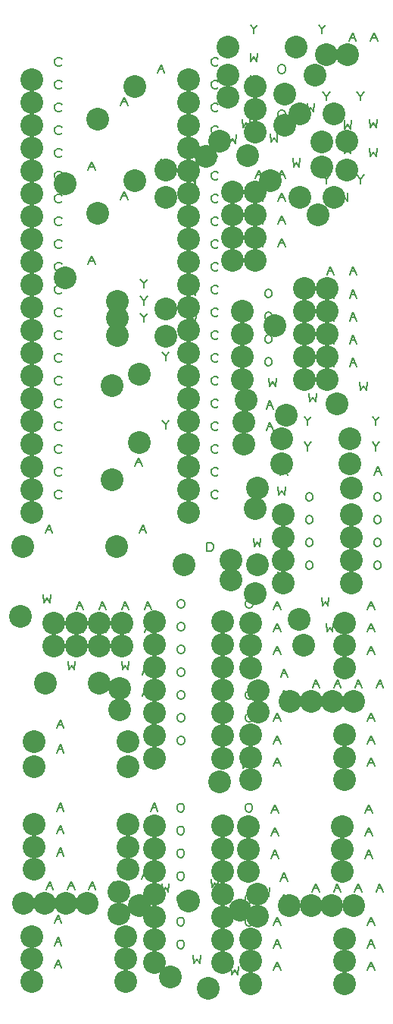
<source format=gbr>
G04 DesignSpark PCB Gerber Version 9.0 Build 5138 *
%FSLAX35Y35*%
%MOMM*%
%ADD10C,0.12700*%
%ADD12C,2.54000*%
X0Y0D02*
D02*
D10*
X411740Y4661300D02*
X419680Y4566050D01*
X451430Y4613680*
X483180Y4566050*
X491120Y4661300*
X434740Y5341050D02*
X474430Y5436300D01*
X514120Y5341050*
X450620Y5380740D02*
X498240D01*
X441740Y1366050D02*
X481430Y1461300D01*
X521120Y1366050*
X457620Y1405740D02*
X505240D01*
X534740Y491050D02*
X574430Y586300D01*
X614120Y491050*
X550620Y530740D02*
X598240D01*
X534740Y741050D02*
X574430Y836300D01*
X614120Y741050*
X550620Y780740D02*
X598240D01*
X534740Y991050D02*
X574430Y1086300D01*
X614120Y991050*
X550620Y1030740D02*
X598240D01*
X617180Y5741930D02*
X609240Y5733990D01*
X593360Y5726050*
X569550*
X553680Y5733990*
X545740Y5741930*
X537800Y5757800*
Y5789550*
X545740Y5805430*
X553680Y5813370*
X569550Y5821300*
X593360*
X609240Y5813370*
X617180Y5805430*
Y5995930D02*
X609240Y5987990D01*
X593360Y5980050*
X569550*
X553680Y5987990*
X545740Y5995930*
X537800Y6011800*
Y6043550*
X545740Y6059430*
X553680Y6067370*
X569550Y6075300*
X593360*
X609240Y6067370*
X617180Y6059430*
Y6249930D02*
X609240Y6241990D01*
X593360Y6234050*
X569550*
X553680Y6241990*
X545740Y6249930*
X537800Y6265800*
Y6297550*
X545740Y6313430*
X553680Y6321370*
X569550Y6329300*
X593360*
X609240Y6321370*
X617180Y6313430*
Y6503930D02*
X609240Y6495990D01*
X593360Y6488050*
X569550*
X553680Y6495990*
X545740Y6503930*
X537800Y6519800*
Y6551550*
X545740Y6567430*
X553680Y6575370*
X569550Y6583300*
X593360*
X609240Y6575370*
X617180Y6567430*
Y6757930D02*
X609240Y6749990D01*
X593360Y6742050*
X569550*
X553680Y6749990*
X545740Y6757930*
X537800Y6773800*
Y6805550*
X545740Y6821430*
X553680Y6829370*
X569550Y6837300*
X593360*
X609240Y6829370*
X617180Y6821430*
Y7011930D02*
X609240Y7003990D01*
X593360Y6996050*
X569550*
X553680Y7003990*
X545740Y7011930*
X537800Y7027800*
Y7059550*
X545740Y7075430*
X553680Y7083370*
X569550Y7091300*
X593360*
X609240Y7083370*
X617180Y7075430*
Y7265930D02*
X609240Y7257990D01*
X593360Y7250050*
X569550*
X553680Y7257990*
X545740Y7265930*
X537800Y7281800*
Y7313550*
X545740Y7329430*
X553680Y7337370*
X569550Y7345300*
X593360*
X609240Y7337370*
X617180Y7329430*
Y7519930D02*
X609240Y7511990D01*
X593360Y7504050*
X569550*
X553680Y7511990*
X545740Y7519930*
X537800Y7535800*
Y7567550*
X545740Y7583430*
X553680Y7591370*
X569550Y7599300*
X593360*
X609240Y7591370*
X617180Y7583430*
Y7773930D02*
X609240Y7765990D01*
X593360Y7758050*
X569550*
X553680Y7765990*
X545740Y7773930*
X537800Y7789800*
Y7821550*
X545740Y7837430*
X553680Y7845370*
X569550Y7853300*
X593360*
X609240Y7845370*
X617180Y7837430*
Y8027930D02*
X609240Y8019990D01*
X593360Y8012050*
X569550*
X553680Y8019990*
X545740Y8027930*
X537800Y8043800*
Y8075550*
X545740Y8091430*
X553680Y8099370*
X569550Y8107300*
X593360*
X609240Y8099370*
X617180Y8091430*
Y8281930D02*
X609240Y8273990D01*
X593360Y8266050*
X569550*
X553680Y8273990*
X545740Y8281930*
X537800Y8297800*
Y8329550*
X545740Y8345430*
X553680Y8353370*
X569550Y8361300*
X593360*
X609240Y8353370*
X617180Y8345430*
Y8535930D02*
X609240Y8527990D01*
X593360Y8520050*
X569550*
X553680Y8527990*
X545740Y8535930*
X537800Y8551800*
Y8583550*
X545740Y8599430*
X553680Y8607370*
X569550Y8615300*
X593360*
X609240Y8607370*
X617180Y8599430*
Y8789930D02*
X609240Y8781990D01*
X593360Y8774050*
X569550*
X553680Y8781990*
X545740Y8789930*
X537800Y8805800*
Y8837550*
X545740Y8853430*
X553680Y8861370*
X569550Y8869300*
X593360*
X609240Y8861370*
X617180Y8853430*
Y9043930D02*
X609240Y9035990D01*
X593360Y9028050*
X569550*
X553680Y9035990*
X545740Y9043930*
X537800Y9059800*
Y9091550*
X545740Y9107430*
X553680Y9115370*
X569550Y9123300*
X593360*
X609240Y9115370*
X617180Y9107430*
Y9297930D02*
X609240Y9289990D01*
X593360Y9282050*
X569550*
X553680Y9289990*
X545740Y9297930*
X537800Y9313800*
Y9345550*
X545740Y9361430*
X553680Y9369370*
X569550Y9377300*
X593360*
X609240Y9369370*
X617180Y9361430*
Y9551930D02*
X609240Y9543990D01*
X593360Y9536050*
X569550*
X553680Y9543990*
X545740Y9551930*
X537800Y9567800*
Y9599550*
X545740Y9615430*
X553680Y9623370*
X569550Y9631300*
X593360*
X609240Y9623370*
X617180Y9615430*
Y9805930D02*
X609240Y9797990D01*
X593360Y9790050*
X569550*
X553680Y9797990*
X545740Y9805930*
X537800Y9821800*
Y9853550*
X545740Y9869430*
X553680Y9877370*
X569550Y9885300*
X593360*
X609240Y9877370*
X617180Y9869430*
Y10059930D02*
X609240Y10051990D01*
X593360Y10044050*
X569550*
X553680Y10051990*
X545740Y10059930*
X537800Y10075800*
Y10107550*
X545740Y10123430*
X553680Y10131370*
X569550Y10139300*
X593360*
X609240Y10131370*
X617180Y10123430*
Y10313930D02*
X609240Y10305990D01*
X593360Y10298050*
X569550*
X553680Y10305990*
X545740Y10313930*
X537800Y10329800*
Y10361550*
X545740Y10377430*
X553680Y10385370*
X569550Y10393300*
X593360*
X609240Y10385370*
X617180Y10377430*
Y10567930D02*
X609240Y10559990D01*
X593360Y10552050*
X569550*
X553680Y10559990*
X545740Y10567930*
X537800Y10583800*
Y10615550*
X545740Y10631430*
X553680Y10639370*
X569550Y10647300*
X593360*
X609240Y10639370*
X617180Y10631430*
X559740Y1741050D02*
X599430Y1836300D01*
X639120Y1741050*
X575620Y1780740D02*
X623240D01*
X559740Y1991050D02*
X599430Y2086300D01*
X639120Y1991050*
X575620Y2030740D02*
X623240D01*
X559740Y2241050D02*
X599430Y2336300D01*
X639120Y2241050*
X575620Y2280740D02*
X623240D01*
X559740Y2891050D02*
X599430Y2986300D01*
X639120Y2891050*
X575620Y2930740D02*
X623240D01*
X559740Y3166050D02*
X599430Y3261300D01*
X639120Y3166050*
X575620Y3205740D02*
X623240D01*
X681740Y1366050D02*
X721430Y1461300D01*
X761120Y1366050*
X697620Y1405740D02*
X745240D01*
X686740Y3911300D02*
X694680Y3816050D01*
X726430Y3863680*
X758180Y3816050*
X766120Y3911300*
X777740Y4491050D02*
X817430Y4586300D01*
X857120Y4491050*
X793620Y4530740D02*
X841240D01*
X779240Y4235550D02*
X818930Y4330800D01*
X858620Y4235550*
X795120Y4275240D02*
X842740D01*
X911740Y8339050D02*
X951430Y8434300D01*
X991120Y8339050*
X927620Y8378740D02*
X975240D01*
X911740Y9389050D02*
X951430Y9484300D01*
X991120Y9389050*
X927620Y9428740D02*
X975240D01*
X916740Y1366050D02*
X956430Y1461300D01*
X996120Y1366050*
X932620Y1405740D02*
X980240D01*
X1033240Y4235550D02*
X1072930Y4330800D01*
X1112620Y4235550*
X1049120Y4275240D02*
X1096740D01*
X1033240Y4489550D02*
X1072930Y4584800D01*
X1112620Y4489550*
X1049120Y4529240D02*
X1096740D01*
X1156740Y1366050D02*
X1196430Y1461300D01*
X1236120Y1366050*
X1172620Y1405740D02*
X1220240D01*
X1274240Y9060550D02*
X1313930Y9155800D01*
X1353620Y9060550*
X1290120Y9100240D02*
X1337740D01*
X1274240Y10110550D02*
X1313930Y10205800D01*
X1353620Y10110550*
X1290120Y10150240D02*
X1337740D01*
X1286740Y3911300D02*
X1294680Y3816050D01*
X1326430Y3863680*
X1358180Y3816050*
X1366120Y3911300*
X1287240Y4235550D02*
X1326930Y4330800D01*
X1366620Y4235550*
X1303120Y4275240D02*
X1350740D01*
X1287240Y4489550D02*
X1326930Y4584800D01*
X1366620Y4489550*
X1303120Y4529240D02*
X1350740D01*
X1436740Y6089050D02*
X1476430Y6184300D01*
X1516120Y6089050*
X1452620Y6128740D02*
X1500240D01*
X1436740Y7139050D02*
X1476430Y7234300D01*
X1516120Y7139050*
X1452620Y7178740D02*
X1500240D01*
X1484740Y5341050D02*
X1524430Y5436300D01*
X1564120Y5341050*
X1500620Y5380740D02*
X1548240D01*
X1533930Y7697550D02*
Y7745180D01*
X1494240Y7792800*
X1533930Y7745180D02*
X1573620Y7792800D01*
X1533930Y7888050D02*
Y7935680D01*
X1494240Y7983300*
X1533930Y7935680D02*
X1573620Y7983300D01*
X1533930Y8078550D02*
Y8126180D01*
X1494240Y8173800*
X1533930Y8126180D02*
X1573620Y8173800D01*
X1511740Y1246050D02*
X1551430Y1341300D01*
X1591120Y1246050*
X1527620Y1285740D02*
X1575240D01*
X1511740Y1486050D02*
X1551430Y1581300D01*
X1591120Y1486050*
X1527620Y1525740D02*
X1575240D01*
X1513740Y3521050D02*
X1553430Y3616300D01*
X1593120Y3521050*
X1529620Y3560740D02*
X1577240D01*
X1513740Y3761050D02*
X1553430Y3856300D01*
X1593120Y3761050*
X1529620Y3800740D02*
X1577240D01*
X1541240Y4235550D02*
X1580930Y4330800D01*
X1620620Y4235550*
X1557120Y4275240D02*
X1604740D01*
X1541240Y4489550D02*
X1580930Y4584800D01*
X1620620Y4489550*
X1557120Y4529240D02*
X1604740D01*
X1584740Y491050D02*
X1624430Y586300D01*
X1664120Y491050*
X1600620Y530740D02*
X1648240D01*
X1584740Y741050D02*
X1624430Y836300D01*
X1664120Y741050*
X1600620Y780740D02*
X1648240D01*
X1584740Y991050D02*
X1624430Y1086300D01*
X1664120Y991050*
X1600620Y1030740D02*
X1648240D01*
X1609740Y1741050D02*
X1649430Y1836300D01*
X1689120Y1741050*
X1625620Y1780740D02*
X1673240D01*
X1609740Y1991050D02*
X1649430Y2086300D01*
X1689120Y1991050*
X1625620Y2030740D02*
X1673240D01*
X1609740Y2241050D02*
X1649430Y2336300D01*
X1689120Y2241050*
X1625620Y2280740D02*
X1673240D01*
X1609740Y2891050D02*
X1649430Y2986300D01*
X1689120Y2891050*
X1625620Y2930740D02*
X1673240D01*
X1609740Y3166050D02*
X1649430Y3261300D01*
X1689120Y3166050*
X1625620Y3205740D02*
X1673240D01*
X1686740Y9425550D02*
X1726430Y9520800D01*
X1766120Y9425550*
X1702620Y9465240D02*
X1750240D01*
X1686740Y10475550D02*
X1726430Y10570800D01*
X1766120Y10475550*
X1702620Y10515240D02*
X1750240D01*
X1736740Y1436300D02*
X1744680Y1341050D01*
X1776430Y1388680*
X1808180Y1341050*
X1816120Y1436300*
X1776430Y6504050D02*
Y6551680D01*
X1736740Y6599300*
X1776430Y6551680D02*
X1816120Y6599300D01*
X1776430Y7266050D02*
Y7313680D01*
X1736740Y7361300*
X1776430Y7313680D02*
X1816120Y7361300D01*
X1906740Y737800D02*
Y769550D01*
X1914680Y785430*
X1922620Y793370*
X1938490Y801300*
X1954370*
X1970240Y793370*
X1978180Y785430*
X1986120Y769550*
Y737800*
X1978180Y721930*
X1970240Y713990*
X1954370Y706050*
X1938490*
X1922620Y713990*
X1914680Y721930*
X1906740Y737800*
Y991800D02*
Y1023550D01*
X1914680Y1039430*
X1922620Y1047370*
X1938490Y1055300*
X1954370*
X1970240Y1047370*
X1978180Y1039430*
X1986120Y1023550*
Y991800*
X1978180Y975930*
X1970240Y967990*
X1954370Y960050*
X1938490*
X1922620Y967990*
X1914680Y975930*
X1906740Y991800*
Y1245800D02*
Y1277550D01*
X1914680Y1293430*
X1922620Y1301370*
X1938490Y1309300*
X1954370*
X1970240Y1301370*
X1978180Y1293430*
X1986120Y1277550*
Y1245800*
X1978180Y1229930*
X1970240Y1221990*
X1954370Y1214050*
X1938490*
X1922620Y1221990*
X1914680Y1229930*
X1906740Y1245800*
Y1499800D02*
Y1531550D01*
X1914680Y1547430*
X1922620Y1555370*
X1938490Y1563300*
X1954370*
X1970240Y1555370*
X1978180Y1547430*
X1986120Y1531550*
Y1499800*
X1978180Y1483930*
X1970240Y1475990*
X1954370Y1468050*
X1938490*
X1922620Y1475990*
X1914680Y1483930*
X1906740Y1499800*
Y1753800D02*
Y1785550D01*
X1914680Y1801430*
X1922620Y1809370*
X1938490Y1817300*
X1954370*
X1970240Y1809370*
X1978180Y1801430*
X1986120Y1785550*
Y1753800*
X1978180Y1737930*
X1970240Y1729990*
X1954370Y1722050*
X1938490*
X1922620Y1729990*
X1914680Y1737930*
X1906740Y1753800*
Y2007800D02*
Y2039550D01*
X1914680Y2055430*
X1922620Y2063370*
X1938490Y2071300*
X1954370*
X1970240Y2063370*
X1978180Y2055430*
X1986120Y2039550*
Y2007800*
X1978180Y1991930*
X1970240Y1983990*
X1954370Y1976050*
X1938490*
X1922620Y1983990*
X1914680Y1991930*
X1906740Y2007800*
Y2261800D02*
Y2293550D01*
X1914680Y2309430*
X1922620Y2317370*
X1938490Y2325300*
X1954370*
X1970240Y2317370*
X1978180Y2309430*
X1986120Y2293550*
Y2261800*
X1978180Y2245930*
X1970240Y2237990*
X1954370Y2230050*
X1938490*
X1922620Y2237990*
X1914680Y2245930*
X1906740Y2261800*
X1908740Y3012800D02*
Y3044550D01*
X1916680Y3060430*
X1924620Y3068370*
X1940490Y3076300*
X1956370*
X1972240Y3068370*
X1980180Y3060430*
X1988120Y3044550*
Y3012800*
X1980180Y2996930*
X1972240Y2988990*
X1956370Y2981050*
X1940490*
X1924620Y2988990*
X1916680Y2996930*
X1908740Y3012800*
Y3266800D02*
Y3298550D01*
X1916680Y3314430*
X1924620Y3322370*
X1940490Y3330300*
X1956370*
X1972240Y3322370*
X1980180Y3314430*
X1988120Y3298550*
Y3266800*
X1980180Y3250930*
X1972240Y3242990*
X1956370Y3235050*
X1940490*
X1924620Y3242990*
X1916680Y3250930*
X1908740Y3266800*
Y3520800D02*
Y3552550D01*
X1916680Y3568430*
X1924620Y3576370*
X1940490Y3584300*
X1956370*
X1972240Y3576370*
X1980180Y3568430*
X1988120Y3552550*
Y3520800*
X1980180Y3504930*
X1972240Y3496990*
X1956370Y3489050*
X1940490*
X1924620Y3496990*
X1916680Y3504930*
X1908740Y3520800*
Y3774800D02*
Y3806550D01*
X1916680Y3822430*
X1924620Y3830370*
X1940490Y3838300*
X1956370*
X1972240Y3830370*
X1980180Y3822430*
X1988120Y3806550*
Y3774800*
X1980180Y3758930*
X1972240Y3750990*
X1956370Y3743050*
X1940490*
X1924620Y3750990*
X1916680Y3758930*
X1908740Y3774800*
Y4028800D02*
Y4060550D01*
X1916680Y4076430*
X1924620Y4084370*
X1940490Y4092300*
X1956370*
X1972240Y4084370*
X1980180Y4076430*
X1988120Y4060550*
Y4028800*
X1980180Y4012930*
X1972240Y4004990*
X1956370Y3997050*
X1940490*
X1924620Y4004990*
X1916680Y4012930*
X1908740Y4028800*
Y4282800D02*
Y4314550D01*
X1916680Y4330430*
X1924620Y4338370*
X1940490Y4346300*
X1956370*
X1972240Y4338370*
X1980180Y4330430*
X1988120Y4314550*
Y4282800*
X1980180Y4266930*
X1972240Y4258990*
X1956370Y4251050*
X1940490*
X1924620Y4258990*
X1916680Y4266930*
X1908740Y4282800*
Y4536800D02*
Y4568550D01*
X1916680Y4584430*
X1924620Y4592370*
X1940490Y4600300*
X1956370*
X1972240Y4592370*
X1980180Y4584430*
X1988120Y4568550*
Y4536800*
X1980180Y4520930*
X1972240Y4512990*
X1956370Y4505050*
X1940490*
X1924620Y4512990*
X1916680Y4520930*
X1908740Y4536800*
X2036740Y7786300D02*
X2044680Y7691050D01*
X2076430Y7738680*
X2108180Y7691050*
X2116120Y7786300*
X2036740Y8086300D02*
X2044680Y7991050D01*
X2076430Y8038680*
X2108180Y7991050*
X2116120Y8086300*
X2036740Y9336300D02*
X2044680Y9241050D01*
X2076430Y9288680*
X2108180Y9241050*
X2116120Y9336300*
X2036740Y9636300D02*
X2044680Y9541050D01*
X2076430Y9588680*
X2108180Y9541050*
X2116120Y9636300*
X2086740Y636300D02*
X2094680Y541050D01*
X2126430Y588680*
X2158180Y541050*
X2166120Y636300*
X2236740Y5141050D02*
Y5236300D01*
X2284370*
X2300240Y5228370*
X2308180Y5220430*
X2316120Y5204550*
Y5172800*
X2308180Y5156930*
X2300240Y5148990*
X2284370Y5141050*
X2236740*
X2286740Y1486300D02*
X2294680Y1391050D01*
X2326430Y1438680*
X2358180Y1391050*
X2366120Y1486300*
X2367180Y5741930D02*
X2359240Y5733990D01*
X2343360Y5726050*
X2319550*
X2303680Y5733990*
X2295740Y5741930*
X2287800Y5757800*
Y5789550*
X2295740Y5805430*
X2303680Y5813370*
X2319550Y5821300*
X2343360*
X2359240Y5813370*
X2367180Y5805430*
Y5995930D02*
X2359240Y5987990D01*
X2343360Y5980050*
X2319550*
X2303680Y5987990*
X2295740Y5995930*
X2287800Y6011800*
Y6043550*
X2295740Y6059430*
X2303680Y6067370*
X2319550Y6075300*
X2343360*
X2359240Y6067370*
X2367180Y6059430*
Y6249930D02*
X2359240Y6241990D01*
X2343360Y6234050*
X2319550*
X2303680Y6241990*
X2295740Y6249930*
X2287800Y6265800*
Y6297550*
X2295740Y6313430*
X2303680Y6321370*
X2319550Y6329300*
X2343360*
X2359240Y6321370*
X2367180Y6313430*
Y6503930D02*
X2359240Y6495990D01*
X2343360Y6488050*
X2319550*
X2303680Y6495990*
X2295740Y6503930*
X2287800Y6519800*
Y6551550*
X2295740Y6567430*
X2303680Y6575370*
X2319550Y6583300*
X2343360*
X2359240Y6575370*
X2367180Y6567430*
Y6757930D02*
X2359240Y6749990D01*
X2343360Y6742050*
X2319550*
X2303680Y6749990*
X2295740Y6757930*
X2287800Y6773800*
Y6805550*
X2295740Y6821430*
X2303680Y6829370*
X2319550Y6837300*
X2343360*
X2359240Y6829370*
X2367180Y6821430*
Y7011930D02*
X2359240Y7003990D01*
X2343360Y6996050*
X2319550*
X2303680Y7003990*
X2295740Y7011930*
X2287800Y7027800*
Y7059550*
X2295740Y7075430*
X2303680Y7083370*
X2319550Y7091300*
X2343360*
X2359240Y7083370*
X2367180Y7075430*
Y7265930D02*
X2359240Y7257990D01*
X2343360Y7250050*
X2319550*
X2303680Y7257990*
X2295740Y7265930*
X2287800Y7281800*
Y7313550*
X2295740Y7329430*
X2303680Y7337370*
X2319550Y7345300*
X2343360*
X2359240Y7337370*
X2367180Y7329430*
Y7519930D02*
X2359240Y7511990D01*
X2343360Y7504050*
X2319550*
X2303680Y7511990*
X2295740Y7519930*
X2287800Y7535800*
Y7567550*
X2295740Y7583430*
X2303680Y7591370*
X2319550Y7599300*
X2343360*
X2359240Y7591370*
X2367180Y7583430*
Y7773930D02*
X2359240Y7765990D01*
X2343360Y7758050*
X2319550*
X2303680Y7765990*
X2295740Y7773930*
X2287800Y7789800*
Y7821550*
X2295740Y7837430*
X2303680Y7845370*
X2319550Y7853300*
X2343360*
X2359240Y7845370*
X2367180Y7837430*
Y8027930D02*
X2359240Y8019990D01*
X2343360Y8012050*
X2319550*
X2303680Y8019990*
X2295740Y8027930*
X2287800Y8043800*
Y8075550*
X2295740Y8091430*
X2303680Y8099370*
X2319550Y8107300*
X2343360*
X2359240Y8099370*
X2367180Y8091430*
Y8281930D02*
X2359240Y8273990D01*
X2343360Y8266050*
X2319550*
X2303680Y8273990*
X2295740Y8281930*
X2287800Y8297800*
Y8329550*
X2295740Y8345430*
X2303680Y8353370*
X2319550Y8361300*
X2343360*
X2359240Y8353370*
X2367180Y8345430*
Y8535930D02*
X2359240Y8527990D01*
X2343360Y8520050*
X2319550*
X2303680Y8527990*
X2295740Y8535930*
X2287800Y8551800*
Y8583550*
X2295740Y8599430*
X2303680Y8607370*
X2319550Y8615300*
X2343360*
X2359240Y8607370*
X2367180Y8599430*
Y8789930D02*
X2359240Y8781990D01*
X2343360Y8774050*
X2319550*
X2303680Y8781990*
X2295740Y8789930*
X2287800Y8805800*
Y8837550*
X2295740Y8853430*
X2303680Y8861370*
X2319550Y8869300*
X2343360*
X2359240Y8861370*
X2367180Y8853430*
Y9043930D02*
X2359240Y9035990D01*
X2343360Y9028050*
X2319550*
X2303680Y9035990*
X2295740Y9043930*
X2287800Y9059800*
Y9091550*
X2295740Y9107430*
X2303680Y9115370*
X2319550Y9123300*
X2343360*
X2359240Y9115370*
X2367180Y9107430*
Y9297930D02*
X2359240Y9289990D01*
X2343360Y9282050*
X2319550*
X2303680Y9289990*
X2295740Y9297930*
X2287800Y9313800*
Y9345550*
X2295740Y9361430*
X2303680Y9369370*
X2319550Y9377300*
X2343360*
X2359240Y9369370*
X2367180Y9361430*
Y9551930D02*
X2359240Y9543990D01*
X2343360Y9536050*
X2319550*
X2303680Y9543990*
X2295740Y9551930*
X2287800Y9567800*
Y9599550*
X2295740Y9615430*
X2303680Y9623370*
X2319550Y9631300*
X2343360*
X2359240Y9623370*
X2367180Y9615430*
Y9805930D02*
X2359240Y9797990D01*
X2343360Y9790050*
X2319550*
X2303680Y9797990*
X2295740Y9805930*
X2287800Y9821800*
Y9853550*
X2295740Y9869430*
X2303680Y9877370*
X2319550Y9885300*
X2343360*
X2359240Y9877370*
X2367180Y9869430*
Y10059930D02*
X2359240Y10051990D01*
X2343360Y10044050*
X2319550*
X2303680Y10051990*
X2295740Y10059930*
X2287800Y10075800*
Y10107550*
X2295740Y10123430*
X2303680Y10131370*
X2319550Y10139300*
X2343360*
X2359240Y10131370*
X2367180Y10123430*
Y10313930D02*
X2359240Y10305990D01*
X2343360Y10298050*
X2319550*
X2303680Y10305990*
X2295740Y10313930*
X2287800Y10329800*
Y10361550*
X2295740Y10377430*
X2303680Y10385370*
X2319550Y10393300*
X2343360*
X2359240Y10385370*
X2367180Y10377430*
Y10567930D02*
X2359240Y10559990D01*
X2343360Y10552050*
X2319550*
X2303680Y10559990*
X2295740Y10567930*
X2287800Y10583800*
Y10615550*
X2295740Y10631430*
X2303680Y10639370*
X2319550Y10647300*
X2343360*
X2359240Y10639370*
X2367180Y10631430*
X2486740Y9786300D02*
X2494680Y9691050D01*
X2526430Y9738680*
X2558180Y9691050*
X2566120Y9786300*
X2511740Y511300D02*
X2519680Y416050D01*
X2551430Y463680*
X2583180Y416050*
X2591120Y511300*
X2636740Y2811300D02*
X2644680Y2716050D01*
X2676430Y2763680*
X2708180Y2716050*
X2716120Y2811300*
X2636740Y9961300D02*
X2644680Y9866050D01*
X2676430Y9913680*
X2708180Y9866050*
X2716120Y9961300*
X2668740Y737800D02*
Y769550D01*
X2676680Y785430*
X2684620Y793370*
X2700490Y801300*
X2716370*
X2732240Y793370*
X2740180Y785430*
X2748120Y769550*
Y737800*
X2740180Y721930*
X2732240Y713990*
X2716370Y706050*
X2700490*
X2684620Y713990*
X2676680Y721930*
X2668740Y737800*
Y991800D02*
Y1023550D01*
X2676680Y1039430*
X2684620Y1047370*
X2700490Y1055300*
X2716370*
X2732240Y1047370*
X2740180Y1039430*
X2748120Y1023550*
Y991800*
X2740180Y975930*
X2732240Y967990*
X2716370Y960050*
X2700490*
X2684620Y967990*
X2676680Y975930*
X2668740Y991800*
Y1245800D02*
Y1277550D01*
X2676680Y1293430*
X2684620Y1301370*
X2700490Y1309300*
X2716370*
X2732240Y1301370*
X2740180Y1293430*
X2748120Y1277550*
Y1245800*
X2740180Y1229930*
X2732240Y1221990*
X2716370Y1214050*
X2700490*
X2684620Y1221990*
X2676680Y1229930*
X2668740Y1245800*
Y1499800D02*
Y1531550D01*
X2676680Y1547430*
X2684620Y1555370*
X2700490Y1563300*
X2716370*
X2732240Y1555370*
X2740180Y1547430*
X2748120Y1531550*
Y1499800*
X2740180Y1483930*
X2732240Y1475990*
X2716370Y1468050*
X2700490*
X2684620Y1475990*
X2676680Y1483930*
X2668740Y1499800*
Y1753800D02*
Y1785550D01*
X2676680Y1801430*
X2684620Y1809370*
X2700490Y1817300*
X2716370*
X2732240Y1809370*
X2740180Y1801430*
X2748120Y1785550*
Y1753800*
X2740180Y1737930*
X2732240Y1729990*
X2716370Y1722050*
X2700490*
X2684620Y1729990*
X2676680Y1737930*
X2668740Y1753800*
Y2007800D02*
Y2039550D01*
X2676680Y2055430*
X2684620Y2063370*
X2700490Y2071300*
X2716370*
X2732240Y2063370*
X2740180Y2055430*
X2748120Y2039550*
Y2007800*
X2740180Y1991930*
X2732240Y1983990*
X2716370Y1976050*
X2700490*
X2684620Y1983990*
X2676680Y1991930*
X2668740Y2007800*
Y2261800D02*
Y2293550D01*
X2676680Y2309430*
X2684620Y2317370*
X2700490Y2325300*
X2716370*
X2732240Y2317370*
X2740180Y2309430*
X2748120Y2293550*
Y2261800*
X2740180Y2245930*
X2732240Y2237990*
X2716370Y2230050*
X2700490*
X2684620Y2237990*
X2676680Y2245930*
X2668740Y2261800*
X2670740Y3012800D02*
Y3044550D01*
X2678680Y3060430*
X2686620Y3068370*
X2702490Y3076300*
X2718370*
X2734240Y3068370*
X2742180Y3060430*
X2750120Y3044550*
Y3012800*
X2742180Y2996930*
X2734240Y2988990*
X2718370Y2981050*
X2702490*
X2686620Y2988990*
X2678680Y2996930*
X2670740Y3012800*
Y3266800D02*
Y3298550D01*
X2678680Y3314430*
X2686620Y3322370*
X2702490Y3330300*
X2718370*
X2734240Y3322370*
X2742180Y3314430*
X2750120Y3298550*
Y3266800*
X2742180Y3250930*
X2734240Y3242990*
X2718370Y3235050*
X2702490*
X2686620Y3242990*
X2678680Y3250930*
X2670740Y3266800*
Y3520800D02*
Y3552550D01*
X2678680Y3568430*
X2686620Y3576370*
X2702490Y3584300*
X2718370*
X2734240Y3576370*
X2742180Y3568430*
X2750120Y3552550*
Y3520800*
X2742180Y3504930*
X2734240Y3496990*
X2718370Y3489050*
X2702490*
X2686620Y3496990*
X2678680Y3504930*
X2670740Y3520800*
Y3774800D02*
Y3806550D01*
X2678680Y3822430*
X2686620Y3830370*
X2702490Y3838300*
X2718370*
X2734240Y3830370*
X2742180Y3822430*
X2750120Y3806550*
Y3774800*
X2742180Y3758930*
X2734240Y3750990*
X2718370Y3743050*
X2702490*
X2686620Y3750990*
X2678680Y3758930*
X2670740Y3774800*
Y4028800D02*
Y4060550D01*
X2678680Y4076430*
X2686620Y4084370*
X2702490Y4092300*
X2718370*
X2734240Y4084370*
X2742180Y4076430*
X2750120Y4060550*
Y4028800*
X2742180Y4012930*
X2734240Y4004990*
X2718370Y3997050*
X2702490*
X2686620Y4004990*
X2678680Y4012930*
X2670740Y4028800*
Y4282800D02*
Y4314550D01*
X2678680Y4330430*
X2686620Y4338370*
X2702490Y4346300*
X2718370*
X2734240Y4338370*
X2742180Y4330430*
X2750120Y4314550*
Y4282800*
X2742180Y4266930*
X2734240Y4258990*
X2718370Y4251050*
X2702490*
X2686620Y4258990*
X2678680Y4266930*
X2670740Y4282800*
Y4536800D02*
Y4568550D01*
X2678680Y4584430*
X2686620Y4592370*
X2702490Y4600300*
X2718370*
X2734240Y4592370*
X2742180Y4584430*
X2750120Y4568550*
Y4536800*
X2742180Y4520930*
X2734240Y4512990*
X2718370Y4505050*
X2702490*
X2686620Y4512990*
X2678680Y4520930*
X2670740Y4536800*
X2724240Y10447800D02*
X2732180Y10352550D01*
X2763930Y10400180*
X2795680Y10352550*
X2803620Y10447800*
X2724240Y10697800D02*
X2732180Y10602550D01*
X2763930Y10650180*
X2795680Y10602550*
X2803620Y10697800*
X2764430Y10916050D02*
Y10963680D01*
X2724740Y11011300*
X2764430Y10963680D02*
X2804120Y11011300D01*
X2761740Y5061300D02*
X2769680Y4966050D01*
X2801430Y5013680*
X2833180Y4966050*
X2841120Y5061300*
X2761740Y5286300D02*
X2769680Y5191050D01*
X2801430Y5238680*
X2833180Y5191050*
X2841120Y5286300*
X2781240Y8536550D02*
X2820930Y8631800D01*
X2860620Y8536550*
X2797120Y8576240D02*
X2844740D01*
X2781240Y8790550D02*
X2820930Y8885800D01*
X2860620Y8790550*
X2797120Y8830240D02*
X2844740D01*
X2781240Y9044550D02*
X2820930Y9139800D01*
X2860620Y9044550*
X2797120Y9084240D02*
X2844740D01*
X2781240Y9298550D02*
X2820930Y9393800D01*
X2860620Y9298550*
X2797120Y9338240D02*
X2844740D01*
X2861740Y1386300D02*
X2869680Y1291050D01*
X2901430Y1338680*
X2933180Y1291050*
X2941120Y1386300*
X2886740Y7235800D02*
Y7267550D01*
X2894680Y7283430*
X2902620Y7291370*
X2918490Y7299300*
X2934370*
X2950240Y7291370*
X2958180Y7283430*
X2966120Y7267550*
Y7235800*
X2958180Y7219930*
X2950240Y7211990*
X2934370Y7204050*
X2918490*
X2902620Y7211990*
X2894680Y7219930*
X2886740Y7235800*
Y7489800D02*
Y7521550D01*
X2894680Y7537430*
X2902620Y7545370*
X2918490Y7553300*
X2934370*
X2950240Y7545370*
X2958180Y7537430*
X2966120Y7521550*
Y7489800*
X2958180Y7473930*
X2950240Y7465990*
X2934370Y7458050*
X2918490*
X2902620Y7465990*
X2894680Y7473930*
X2886740Y7489800*
Y7743800D02*
Y7775550D01*
X2894680Y7791430*
X2902620Y7799370*
X2918490Y7807300*
X2934370*
X2950240Y7799370*
X2958180Y7791430*
X2966120Y7775550*
Y7743800*
X2958180Y7727930*
X2950240Y7719990*
X2934370Y7712050*
X2918490*
X2902620Y7719990*
X2894680Y7727930*
X2886740Y7743800*
Y7997800D02*
Y8029550D01*
X2894680Y8045430*
X2902620Y8053370*
X2918490Y8061300*
X2934370*
X2950240Y8053370*
X2958180Y8045430*
X2966120Y8029550*
Y7997800*
X2958180Y7981930*
X2950240Y7973990*
X2934370Y7966050*
X2918490*
X2902620Y7973990*
X2894680Y7981930*
X2886740Y7997800*
X2904240Y6487550D02*
X2943930Y6582800D01*
X2983620Y6487550*
X2920120Y6527240D02*
X2967740D01*
X2904240Y6727550D02*
X2943930Y6822800D01*
X2983620Y6727550*
X2920120Y6767240D02*
X2967740D01*
X2934240Y7072800D02*
X2942180Y6977550D01*
X2973930Y7025180*
X3005680Y6977550*
X3013620Y7072800*
X2949240Y9797800D02*
X2957180Y9702550D01*
X2988930Y9750180*
X3020680Y9702550*
X3028620Y9797800*
X2959740Y1716050D02*
X2999430Y1811300D01*
X3039120Y1716050*
X2975620Y1755740D02*
X3023240D01*
X2959740Y1966050D02*
X2999430Y2061300D01*
X3039120Y1966050*
X2975620Y2005740D02*
X3023240D01*
X2959740Y2216050D02*
X2999430Y2311300D01*
X3039120Y2216050*
X2975620Y2255740D02*
X3023240D01*
X2984740Y466050D02*
X3024430Y561300D01*
X3064120Y466050*
X3000620Y505740D02*
X3048240D01*
X2984740Y716050D02*
X3024430Y811300D01*
X3064120Y716050*
X3000620Y755740D02*
X3048240D01*
X2984740Y966050D02*
X3024430Y1061300D01*
X3064120Y966050*
X3000620Y1005740D02*
X3048240D01*
X2984740Y2741050D02*
X3024430Y2836300D01*
X3064120Y2741050*
X3000620Y2780740D02*
X3048240D01*
X2984740Y2991050D02*
X3024430Y3086300D01*
X3064120Y2991050*
X3000620Y3030740D02*
X3048240D01*
X2984740Y3241050D02*
X3024430Y3336300D01*
X3064120Y3241050*
X3000620Y3280740D02*
X3048240D01*
X2984740Y3991050D02*
X3024430Y4086300D01*
X3064120Y3991050*
X3000620Y4030740D02*
X3048240D01*
X2984740Y4241050D02*
X3024430Y4336300D01*
X3064120Y4241050*
X3000620Y4280740D02*
X3048240D01*
X2984740Y4491050D02*
X3024430Y4586300D01*
X3064120Y4491050*
X3000620Y4530740D02*
X3048240D01*
X3035240Y8536550D02*
X3074930Y8631800D01*
X3114620Y8536550*
X3051120Y8576240D02*
X3098740D01*
X3035240Y8790550D02*
X3074930Y8885800D01*
X3114620Y8790550*
X3051120Y8830240D02*
X3098740D01*
X3035240Y9044550D02*
X3074930Y9139800D01*
X3114620Y9044550*
X3051120Y9084240D02*
X3098740D01*
X3036740Y4911300D02*
X3044680Y4816050D01*
X3076430Y4863680*
X3108180Y4816050*
X3116120Y4911300*
X3036740Y5861300D02*
X3044680Y5766050D01*
X3076430Y5813680*
X3108180Y5766050*
X3116120Y5861300*
X3036740Y9300050D02*
X3076430Y9395300D01*
X3116120Y9300050*
X3052620Y9339740D02*
X3100240D01*
X3036740Y9993800D02*
Y10025550D01*
X3044680Y10041430*
X3052620Y10049370*
X3068490Y10057300*
X3084370*
X3100240Y10049370*
X3108180Y10041430*
X3116120Y10025550*
Y9993800*
X3108180Y9977930*
X3100240Y9969990*
X3084370Y9962050*
X3068490*
X3052620Y9969990*
X3044680Y9977930*
X3036740Y9993800*
Y10247800D02*
Y10279550D01*
X3044680Y10295430*
X3052620Y10303370*
X3068490Y10311300*
X3084370*
X3100240Y10303370*
X3108180Y10295430*
X3116120Y10279550*
Y10247800*
X3108180Y10231930*
X3100240Y10223990*
X3084370Y10216050*
X3068490*
X3052620Y10223990*
X3044680Y10231930*
X3036740Y10247800*
Y10501800D02*
Y10533550D01*
X3044680Y10549430*
X3052620Y10557370*
X3068490Y10565300*
X3084370*
X3100240Y10557370*
X3108180Y10549430*
X3116120Y10533550*
Y10501800*
X3108180Y10485930*
X3100240Y10477990*
X3084370Y10470050*
X3068490*
X3052620Y10477990*
X3044680Y10485930*
X3036740Y10501800*
X3059740Y5991050D02*
X3099430Y6086300D01*
X3139120Y5991050*
X3075620Y6030740D02*
X3123240D01*
X3061740Y1221050D02*
X3101430Y1316300D01*
X3141120Y1221050*
X3077620Y1260740D02*
X3125240D01*
X3061740Y1461050D02*
X3101430Y1556300D01*
X3141120Y1461050*
X3077620Y1500740D02*
X3125240D01*
X3061740Y5236300D02*
X3069680Y5141050D01*
X3101430Y5188680*
X3133180Y5141050*
X3141120Y5236300*
X3063740Y3496050D02*
X3103430Y3591300D01*
X3143120Y3496050*
X3079620Y3535740D02*
X3127240D01*
X3063740Y3736050D02*
X3103430Y3831300D01*
X3143120Y3736050*
X3079620Y3775740D02*
X3127240D01*
X3199240Y9522800D02*
X3207180Y9427550D01*
X3238930Y9475180*
X3270680Y9427550*
X3278620Y9522800*
X3254240Y7897800D02*
X3262180Y7802550D01*
X3293930Y7850180*
X3325680Y7802550*
X3333620Y7897800*
X3366930Y6262550D02*
Y6310180D01*
X3327240Y6357800*
X3366930Y6310180D02*
X3406620Y6357800D01*
X3366930Y6547550D02*
Y6595180D01*
X3327240Y6642800*
X3366930Y6595180D02*
X3406620Y6642800D01*
X3343740Y4966600D02*
Y4998350D01*
X3351680Y5014230*
X3359620Y5022170*
X3375490Y5030100*
X3391370*
X3407240Y5022170*
X3415180Y5014230*
X3423120Y4998350*
Y4966600*
X3415180Y4950730*
X3407240Y4942790*
X3391370Y4934850*
X3375490*
X3359620Y4942790*
X3351680Y4950730*
X3343740Y4966600*
Y5220600D02*
Y5252350D01*
X3351680Y5268230*
X3359620Y5276170*
X3375490Y5284100*
X3391370*
X3407240Y5276170*
X3415180Y5268230*
X3423120Y5252350*
Y5220600*
X3415180Y5204730*
X3407240Y5196790*
X3391370Y5188850*
X3375490*
X3359620Y5196790*
X3351680Y5204730*
X3343740Y5220600*
Y5474600D02*
Y5506350D01*
X3351680Y5522230*
X3359620Y5530170*
X3375490Y5538100*
X3391370*
X3407240Y5530170*
X3415180Y5522230*
X3423120Y5506350*
Y5474600*
X3415180Y5458730*
X3407240Y5450790*
X3391370Y5442850*
X3375490*
X3359620Y5450790*
X3351680Y5458730*
X3343740Y5474600*
Y5728600D02*
Y5760350D01*
X3351680Y5776230*
X3359620Y5784170*
X3375490Y5792100*
X3391370*
X3407240Y5784170*
X3415180Y5776230*
X3423120Y5760350*
Y5728600*
X3415180Y5712730*
X3407240Y5704790*
X3391370Y5696850*
X3375490*
X3359620Y5704790*
X3351680Y5712730*
X3343740Y5728600*
X3361740Y10136300D02*
X3369680Y10041050D01*
X3401430Y10088680*
X3433180Y10041050*
X3441120Y10136300*
X3361740Y10486300D02*
X3369680Y10391050D01*
X3401430Y10438680*
X3433180Y10391050*
X3441120Y10486300*
X3384240Y6902800D02*
X3392180Y6807550D01*
X3423930Y6855180*
X3455680Y6807550*
X3463620Y6902800*
X3416740Y1341050D02*
X3456430Y1436300D01*
X3496120Y1341050*
X3432620Y1380740D02*
X3480240D01*
X3418740Y3616050D02*
X3458430Y3711300D01*
X3498120Y3616050*
X3434620Y3655740D02*
X3482240D01*
X3526430Y10916050D02*
Y10963680D01*
X3486740Y11011300*
X3526430Y10963680D02*
X3566120Y11011300D01*
X3524240Y4622800D02*
X3532180Y4527550D01*
X3563930Y4575180*
X3595680Y4527550*
X3603620Y4622800*
X3576430Y9241050D02*
Y9288680D01*
X3536740Y9336300*
X3576430Y9288680D02*
X3616120Y9336300D01*
X3576430Y10166050D02*
Y10213680D01*
X3536740Y10261300*
X3576430Y10213680D02*
X3616120Y10261300D01*
X3574240Y4336300D02*
X3582180Y4241050D01*
X3613930Y4288680*
X3645680Y4241050*
X3653620Y4336300*
X3580240Y7201550D02*
X3619930Y7296800D01*
X3659620Y7201550*
X3596120Y7241240D02*
X3643740D01*
X3580240Y7455550D02*
X3619930Y7550800D01*
X3659620Y7455550*
X3596120Y7495240D02*
X3643740D01*
X3580240Y7709550D02*
X3619930Y7804800D01*
X3659620Y7709550*
X3596120Y7749240D02*
X3643740D01*
X3580240Y7963550D02*
X3619930Y8058800D01*
X3659620Y7963550*
X3596120Y8003240D02*
X3643740D01*
X3580240Y8223550D02*
X3619930Y8318800D01*
X3659620Y8223550*
X3596120Y8263240D02*
X3643740D01*
X3656740Y1341050D02*
X3696430Y1436300D01*
X3736120Y1341050*
X3672620Y1380740D02*
X3720240D01*
X3658740Y3616050D02*
X3698430Y3711300D01*
X3738120Y3616050*
X3674620Y3655740D02*
X3722240D01*
X3699240Y10697800D02*
X3707180Y10602550D01*
X3738930Y10650180*
X3770680Y10602550*
X3778620Y10697800*
X3736740Y9136300D02*
X3744680Y9041050D01*
X3776430Y9088680*
X3808180Y9041050*
X3816120Y9136300*
X3774240Y9672800D02*
X3782180Y9577550D01*
X3813930Y9625180*
X3845680Y9577550*
X3853620Y9672800*
X3774240Y9947800D02*
X3782180Y9852550D01*
X3813930Y9900180*
X3845680Y9852550*
X3853620Y9947800*
X3829240Y10827550D02*
X3868930Y10922800D01*
X3908620Y10827550*
X3845120Y10867240D02*
X3892740D01*
X3834240Y7201550D02*
X3873930Y7296800D01*
X3913620Y7201550*
X3850120Y7241240D02*
X3897740D01*
X3834240Y7455550D02*
X3873930Y7550800D01*
X3913620Y7455550*
X3850120Y7495240D02*
X3897740D01*
X3834240Y7709550D02*
X3873930Y7804800D01*
X3913620Y7709550*
X3850120Y7749240D02*
X3897740D01*
X3834240Y7963550D02*
X3873930Y8058800D01*
X3913620Y7963550*
X3850120Y8003240D02*
X3897740D01*
X3834240Y8223550D02*
X3873930Y8318800D01*
X3913620Y8223550*
X3850120Y8263240D02*
X3897740D01*
X3891740Y1341050D02*
X3931430Y1436300D01*
X3971120Y1341050*
X3907620Y1380740D02*
X3955240D01*
X3893740Y3616050D02*
X3933430Y3711300D01*
X3973120Y3616050*
X3909620Y3655740D02*
X3957240D01*
X3957430Y9241050D02*
Y9288680D01*
X3917740Y9336300*
X3957430Y9288680D02*
X3997120Y9336300D01*
X3957430Y10166050D02*
Y10213680D01*
X3917740Y10261300*
X3957430Y10213680D02*
X3997120Y10261300D01*
X3949240Y7027800D02*
X3957180Y6932550D01*
X3988930Y6980180*
X4020680Y6932550*
X4028620Y7027800*
X4009740Y1716050D02*
X4049430Y1811300D01*
X4089120Y1716050*
X4025620Y1755740D02*
X4073240D01*
X4009740Y1966050D02*
X4049430Y2061300D01*
X4089120Y1966050*
X4025620Y2005740D02*
X4073240D01*
X4009740Y2216050D02*
X4049430Y2311300D01*
X4089120Y2216050*
X4025620Y2255740D02*
X4073240D01*
X4034740Y466050D02*
X4074430Y561300D01*
X4114120Y466050*
X4050620Y505740D02*
X4098240D01*
X4034740Y716050D02*
X4074430Y811300D01*
X4114120Y716050*
X4050620Y755740D02*
X4098240D01*
X4034740Y966050D02*
X4074430Y1061300D01*
X4114120Y966050*
X4050620Y1005740D02*
X4098240D01*
X4034740Y2741050D02*
X4074430Y2836300D01*
X4114120Y2741050*
X4050620Y2780740D02*
X4098240D01*
X4034740Y2991050D02*
X4074430Y3086300D01*
X4114120Y2991050*
X4050620Y3030740D02*
X4098240D01*
X4034740Y3241050D02*
X4074430Y3336300D01*
X4114120Y3241050*
X4050620Y3280740D02*
X4098240D01*
X4034740Y3991050D02*
X4074430Y4086300D01*
X4114120Y3991050*
X4050620Y4030740D02*
X4098240D01*
X4034740Y4241050D02*
X4074430Y4336300D01*
X4114120Y4241050*
X4050620Y4280740D02*
X4098240D01*
X4034740Y4491050D02*
X4074430Y4586300D01*
X4114120Y4491050*
X4050620Y4530740D02*
X4098240D01*
X4061740Y9636300D02*
X4069680Y9541050D01*
X4101430Y9588680*
X4133180Y9541050*
X4141120Y9636300*
X4061740Y9961300D02*
X4069680Y9866050D01*
X4101430Y9913680*
X4133180Y9866050*
X4141120Y9961300*
X4069240Y10827550D02*
X4108930Y10922800D01*
X4148620Y10827550*
X4085120Y10867240D02*
X4132740D01*
X4128930Y6262550D02*
Y6310180D01*
X4089240Y6357800*
X4128930Y6310180D02*
X4168620Y6357800D01*
X4128930Y6547550D02*
Y6595180D01*
X4089240Y6642800*
X4128930Y6595180D02*
X4168620Y6642800D01*
X4105740Y4966600D02*
Y4998350D01*
X4113680Y5014230*
X4121620Y5022170*
X4137490Y5030100*
X4153370*
X4169240Y5022170*
X4177180Y5014230*
X4185120Y4998350*
Y4966600*
X4177180Y4950730*
X4169240Y4942790*
X4153370Y4934850*
X4137490*
X4121620Y4942790*
X4113680Y4950730*
X4105740Y4966600*
Y5220600D02*
Y5252350D01*
X4113680Y5268230*
X4121620Y5276170*
X4137490Y5284100*
X4153370*
X4169240Y5276170*
X4177180Y5268230*
X4185120Y5252350*
Y5220600*
X4177180Y5204730*
X4169240Y5196790*
X4153370Y5188850*
X4137490*
X4121620Y5196790*
X4113680Y5204730*
X4105740Y5220600*
Y5474600D02*
Y5506350D01*
X4113680Y5522230*
X4121620Y5530170*
X4137490Y5538100*
X4153370*
X4169240Y5530170*
X4177180Y5522230*
X4185120Y5506350*
Y5474600*
X4177180Y5458730*
X4169240Y5450790*
X4153370Y5442850*
X4137490*
X4121620Y5450790*
X4113680Y5458730*
X4105740Y5474600*
Y5728600D02*
Y5760350D01*
X4113680Y5776230*
X4121620Y5784170*
X4137490Y5792100*
X4153370*
X4169240Y5784170*
X4177180Y5776230*
X4185120Y5760350*
Y5728600*
X4177180Y5712730*
X4169240Y5704790*
X4153370Y5696850*
X4137490*
X4121620Y5704790*
X4113680Y5712730*
X4105740Y5728600*
X4109740Y5991050D02*
X4149430Y6086300D01*
X4189120Y5991050*
X4125620Y6030740D02*
X4173240D01*
X4131740Y1341050D02*
X4171430Y1436300D01*
X4211120Y1341050*
X4147620Y1380740D02*
X4195240D01*
X4133740Y3616050D02*
X4173430Y3711300D01*
X4213120Y3616050*
X4149620Y3655740D02*
X4197240D01*
D02*
D12*
X157740Y4415240D03*
X180740Y5190240D03*
X187740Y1215240D03*
X280740Y340240D03*
Y590240D03*
Y840240D03*
X283800Y5575240D03*
Y5829240D03*
Y6083240D03*
Y6337240D03*
Y6591240D03*
Y6845240D03*
Y7099240D03*
Y7353240D03*
Y7607240D03*
Y7861240D03*
Y8115240D03*
Y8369240D03*
Y8623240D03*
Y8877240D03*
Y9131240D03*
Y9385240D03*
Y9639240D03*
Y9893240D03*
Y10147240D03*
Y10401240D03*
X305740Y1590240D03*
Y1840240D03*
Y2090240D03*
Y2740240D03*
Y3015240D03*
X427740Y1215240D03*
X432740Y3665240D03*
X523740Y4340240D03*
X525240Y4084740D03*
X657740Y8188240D03*
Y9238240D03*
X662740Y1215240D03*
X779240Y4084740D03*
Y4338740D03*
X902740Y1215240D03*
X1020240Y8909740D03*
Y9959740D03*
X1032740Y3665240D03*
X1033240Y4084740D03*
Y4338740D03*
X1182740Y5938240D03*
Y6988240D03*
X1230740Y5190240D03*
X1240240Y7546740D03*
Y7737240D03*
Y7927740D03*
X1257740Y1095240D03*
Y1335240D03*
X1259740Y3370240D03*
Y3610240D03*
X1287240Y4084740D03*
Y4338740D03*
X1330740Y340240D03*
Y590240D03*
Y840240D03*
X1355740Y1590240D03*
Y1840240D03*
Y2090240D03*
Y2740240D03*
Y3015240D03*
X1432740Y9274740D03*
Y10324740D03*
X1482740Y1190240D03*
Y6353240D03*
Y7115240D03*
X1652740Y555240D03*
Y809240D03*
Y1063240D03*
Y1317240D03*
Y1571240D03*
Y1825240D03*
Y2079240D03*
X1654740Y2830240D03*
Y3084240D03*
Y3338240D03*
Y3592240D03*
Y3846240D03*
Y4100240D03*
Y4354240D03*
X1782740Y7540240D03*
Y7840240D03*
Y9090240D03*
Y9390240D03*
X1832740Y390240D03*
X1982740Y4990240D03*
X2032740Y1240240D03*
X2033800Y5575240D03*
Y5829240D03*
Y6083240D03*
Y6337240D03*
Y6591240D03*
Y6845240D03*
Y7099240D03*
Y7353240D03*
Y7607240D03*
Y7861240D03*
Y8115240D03*
Y8369240D03*
Y8623240D03*
Y8877240D03*
Y9131240D03*
Y9385240D03*
Y9639240D03*
Y9893240D03*
Y10147240D03*
Y10401240D03*
X2232740Y9540240D03*
X2257740Y265240D03*
X2382740Y2565240D03*
Y9715240D03*
X2414740Y555240D03*
Y809240D03*
Y1063240D03*
Y1317240D03*
Y1571240D03*
Y1825240D03*
Y2079240D03*
X2416740Y2830240D03*
Y3084240D03*
Y3338240D03*
Y3592240D03*
Y3846240D03*
Y4100240D03*
Y4354240D03*
X2470240Y10201740D03*
Y10451740D03*
X2470740Y10765240D03*
X2507740Y4815240D03*
Y5040240D03*
X2527240Y8385740D03*
Y8639740D03*
Y8893740D03*
Y9147740D03*
X2607740Y1140240D03*
X2632740Y7053240D03*
Y7307240D03*
Y7561240D03*
Y7815240D03*
X2650240Y6336740D03*
Y6576740D03*
X2680240Y6826740D03*
X2695240Y9551740D03*
X2705740Y1565240D03*
Y1815240D03*
Y2065240D03*
X2730740Y315240D03*
Y565240D03*
Y815240D03*
Y2590240D03*
Y2840240D03*
Y3090240D03*
Y3840240D03*
Y4090240D03*
Y4340240D03*
X2781240Y8385740D03*
Y8639740D03*
Y8893740D03*
X2782740Y4665240D03*
Y5615240D03*
Y9149240D03*
Y9811240D03*
Y10065240D03*
Y10319240D03*
X2805740Y5840240D03*
X2807740Y1070240D03*
Y1310240D03*
Y4990240D03*
X2809740Y3345240D03*
Y3585240D03*
X2945240Y9276740D03*
X3000240Y7651740D03*
X3073240Y6111740D03*
Y6396740D03*
X3089740Y4784040D03*
Y5038040D03*
Y5292040D03*
Y5546040D03*
X3107740Y9890240D03*
Y10240240D03*
X3130240Y6656740D03*
X3162740Y1190240D03*
X3164740Y3465240D03*
X3232740Y10765240D03*
X3270240Y4376740D03*
X3282740Y9090240D03*
Y10015240D03*
X3320240Y4090240D03*
X3326240Y7050740D03*
Y7304740D03*
Y7558740D03*
Y7812740D03*
Y8072740D03*
X3402740Y1190240D03*
X3404740Y3465240D03*
X3445240Y10451740D03*
X3482740Y8890240D03*
X3520240Y9426740D03*
Y9701740D03*
X3575240Y10676740D03*
X3580240Y7050740D03*
Y7304740D03*
Y7558740D03*
Y7812740D03*
Y8072740D03*
X3637740Y1190240D03*
X3639740Y3465240D03*
X3663740Y9090240D03*
Y10015240D03*
X3695240Y6781740D03*
X3755740Y1565240D03*
Y1815240D03*
Y2065240D03*
X3780740Y315240D03*
Y565240D03*
Y815240D03*
Y2590240D03*
Y2840240D03*
Y3090240D03*
Y3840240D03*
Y4090240D03*
Y4340240D03*
X3807740Y9390240D03*
Y9715240D03*
X3815240Y10676740D03*
X3835240Y6111740D03*
Y6396740D03*
X3851740Y4784040D03*
Y5038040D03*
Y5292040D03*
Y5546040D03*
X3855740Y5840240D03*
X3877740Y1190240D03*
X3879740Y3465240D03*
X0Y0D02*
M02*

</source>
